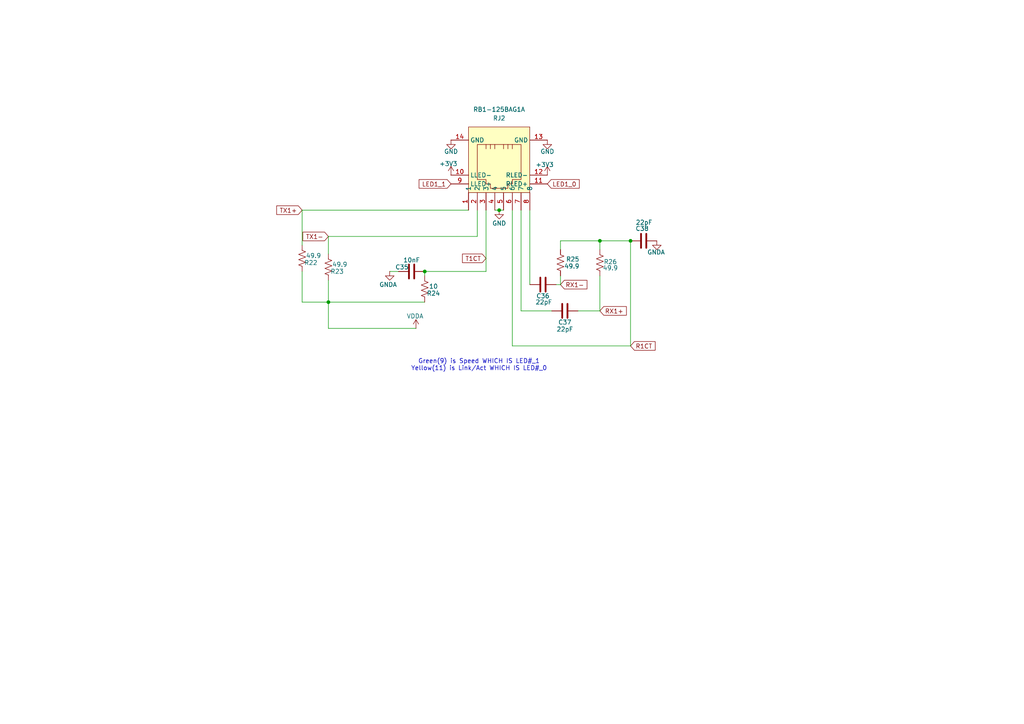
<source format=kicad_sch>
(kicad_sch (version 20250114) (generator "eeschema") (generator_version "9.0")
  (paper "A4")
  (title_block (date "2025-04-01") (rev "1") (company "Bronco Space") (comment 1 "SCALES") (comment 2 "By John Pollak"))
  (lib_symbols
    (symbol "Device:C" (pin_numbers (hide yes)) (pin_names (offset 0.254))
      (property "Reference" "C" (at 0.635 2.54 0))
      (property "Value" "C" (at 0.635 -2.54 0))
      (symbol "C_0_1"
        (polyline (pts (xy -2.032 0.762) (xy 2.032 0.762)) (stroke (width 0.508)))
        (polyline (pts (xy -2.032 -0.762) (xy 2.032 -0.762)) (stroke (width 0.508)))
      )
      (symbol "C_1_1"
        (pin passive line (at 0 3.81 270) (length 2.794) (name "~") (number "1"))
        (pin passive line (at 0 -3.81 90) (length 2.794) (name "~") (number "2"))
      )
    )
    (symbol "Device:R_US" (pin_numbers (hide yes)) (pin_names (offset 0))
      (property "Reference" "R" (at 2.54 0 90))
      (property "Value" "R_US" (at -2.54 0 90))
      (symbol "R_US_0_1"
        (polyline (pts (xy 0 2.286) (xy 0 2.54)))
        (polyline (pts (xy 0 2.286) (xy 1.016 1.905) (xy 0 1.524) (xy -1.016 1.143) (xy 0 0.762)))
        (polyline (pts (xy 0 0.762) (xy 1.016 0.381) (xy 0 0) (xy -1.016 -0.381) (xy 0 -0.762)))
        (polyline (pts (xy 0 -0.762) (xy 1.016 -1.143) (xy 0 -1.524) (xy -1.016 -1.905) (xy 0 -2.286)))
        (polyline (pts (xy 0 -2.286) (xy 0 -2.54)))
      )
      (symbol "R_US_1_1"
        (pin passive line (at 0 3.81 270) (length 1.27) (name "~") (number "1"))
        (pin passive line (at 0 -3.81 90) (length 1.27) (name "~") (number "2"))
      )
    )
    (symbol "easyeda2kicad:RB1-125BAG1A"
      (property "Reference" "RJ" (at 0 12.7 0))
      (property "Value" "RB1-125BAG1A" (at 0 -17.78 0))
      (symbol "RB1-125BAG1A_0_1"
        (rectangle (start -7.62 11.43) (end 10.16 -7.62) (fill (type background)))
        (polyline (pts (xy -2.54 6.35) (xy -2.54 5.08) (xy -2.54 5.08)))
        (polyline (pts (xy -1.27 6.35) (xy -1.27 5.08) (xy -1.27 5.08)))
        (polyline (pts (xy 0 6.35) (xy 0 5.08) (xy 0 5.08)))
        (polyline (pts (xy 2.54 6.35) (xy 2.54 5.08) (xy 2.54 5.08)))
        (polyline (pts (xy 3.81 6.35) (xy 3.81 5.08) (xy 3.81 5.08)))
        (polyline (pts (xy 5.08 6.35) (xy 5.08 5.08) (xy 5.08 5.08)))
        (polyline (pts (xy 7.62 6.35) (xy -5.08 6.35) (xy -5.08 -3.81) (xy -2.54 -3.81) (xy -2.54 -5.08) (xy -1.27 -5.08) (xy -1.27 -5.08) (xy -1.27 -6.35) (xy 3.81 -6.35) (xy 3.81 -5.08) (xy 5.08 -5.08) (xy 5.08 -3.81) (xy 7.62 -3.81) (xy 7.62 6.35) (xy 7.62 5.08)))
        (pin unspecified line (at -12.7 7.62 0) (length 5.08) (name "GND") (number "14"))
        (pin unspecified line (at -12.7 -2.54 0) (length 5.08) (name "LLED-") (number "10"))
        (pin unspecified line (at -12.7 -5.08 0) (length 5.08) (name "LLED+") (number "9"))
        (pin unspecified line (at -7.62 -12.7 90) (length 5.08) (name "1") (number "1"))
        (pin unspecified line (at -5.08 -12.7 90) (length 5.08) (name "2") (number "2"))
        (pin unspecified line (at -2.54 -12.7 90) (length 5.08) (name "3") (number "3"))
        (pin unspecified line (at 0 -12.7 90) (length 5.08) (name "4") (number "4"))
        (pin unspecified line (at 2.54 -12.7 90) (length 5.08) (name "5") (number "5"))
        (pin unspecified line (at 5.08 -12.7 90) (length 5.08) (name "6") (number "6"))
        (pin unspecified line (at 7.62 -12.7 90) (length 5.08) (name "7") (number "7"))
        (pin unspecified line (at 10.16 -12.7 90) (length 5.08) (name "8") (number "8"))
        (pin unspecified line (at 15.24 7.62 180) (length 5.08) (name "GND") (number "13"))
        (pin unspecified line (at 15.24 -2.54 180) (length 5.08) (name "RLED-") (number "12"))
        (pin unspecified line (at 15.24 -5.08 180) (length 5.08) (name "RLED+") (number "11"))
      )
    )
    (symbol "power:+3V3" (power) (pin_numbers (hide yes)) (pin_names (offset 0) (hide yes))
      (property "Value" "+3V3" (at 0 3.556 0))
      (symbol "+3V3_0_1"
        (polyline (pts (xy -0.762 1.27) (xy 0 2.54)))
        (polyline (pts (xy 0 2.54) (xy 0.762 1.27)))
        (polyline (pts (xy 0 0) (xy 0 2.54)))
      )
      (symbol "+3V3_1_1"
        (pin power_in line (at 0 0 90) (length 0) (name "~") (number "1"))
      )
    )
    (symbol "power:GND" (power) (pin_numbers (hide yes)) (pin_names (offset 0) (hide yes))
      (property "Value" "GND" (at 0 -3.81 0))
      (symbol "GND_0_1"
        (polyline (pts (xy 0 0) (xy 0 -1.27) (xy 1.27 -1.27) (xy 0 -2.54) (xy -1.27 -1.27) (xy 0 -1.27)))
      )
      (symbol "GND_1_1"
        (pin power_in line (at 0 0 270) (length 0) (name "~") (number "1"))
      )
    )
    (symbol "power:VPP" (power) (pin_numbers (hide yes)) (pin_names (offset 0) (hide yes))
      (property "Value" "VPP" (at 0 3.556 0))
      (symbol "VPP_0_1"
        (polyline (pts (xy -0.762 1.27) (xy 0 2.54)))
        (polyline (pts (xy 0 2.54) (xy 0.762 1.27)))
        (polyline (pts (xy 0 0) (xy 0 2.54)))
      )
      (symbol "VPP_1_1"
        (pin power_in line (at 0 0 90) (length 0) (name "~") (number "1"))
      )
    )
  )
  (text "Green(9) is Speed WHICH IS LED#_1\nYellow(11) is Link/Act WHICH IS LED#_0\n" (at 138.938 105.918 0) (effects (font (size 1.27 1.27))))
  (junction (at 182.88 69.85))
  (junction (at 123.19 78.74))
  (junction (at 144.78 60.96))
  (junction (at 95.25 87.63))
  (junction (at 173.99 69.85))
  (wire (pts (xy 140.97 60.96) (xy 140.97 78.74)))
  (wire (pts (xy 146.05 60.96) (xy 144.78 60.96)))
  (wire (pts (xy 87.63 78.74) (xy 87.63 87.63)))
  (wire (pts (xy 95.25 81.28) (xy 95.25 87.63)))
  (wire (pts (xy 123.19 80.01) (xy 123.19 78.74)))
  (wire (pts (xy 167.64 90.17) (xy 173.99 90.17)))
  (wire (pts (xy 113.03 78.74) (xy 115.57 78.74)))
  (wire (pts (xy 95.25 68.58) (xy 138.43 68.58)))
  (wire (pts (xy 123.19 87.63) (xy 95.25 87.63)))
  (wire (pts (xy 162.56 82.55) (xy 162.56 80.01)))
  (wire (pts (xy 153.67 60.96) (xy 153.67 82.55)))
  (wire (pts (xy 182.88 100.33) (xy 182.88 69.85)))
  (wire (pts (xy 123.19 78.74) (xy 140.97 78.74)))
  (wire (pts (xy 162.56 82.55) (xy 161.29 82.55)))
  (wire (pts (xy 87.63 60.96) (xy 135.89 60.96)))
  (wire (pts (xy 87.63 60.96) (xy 87.63 71.12)))
  (wire (pts (xy 182.88 69.85) (xy 173.99 69.85)))
  (wire (pts (xy 138.43 68.58) (xy 138.43 60.96)))
  (wire (pts (xy 151.13 90.17) (xy 151.13 60.96)))
  (wire (pts (xy 162.56 69.85) (xy 173.99 69.85)))
  (wire (pts (xy 95.25 73.66) (xy 95.25 68.58)))
  (wire (pts (xy 144.78 60.96) (xy 143.51 60.96)))
  (wire (pts (xy 160.02 90.17) (xy 151.13 90.17)))
  (wire (pts (xy 173.99 90.17) (xy 173.99 80.01)))
  (wire (pts (xy 148.59 100.33) (xy 182.88 100.33)))
  (wire (pts (xy 95.25 95.25) (xy 95.25 87.63)))
  (wire (pts (xy 148.59 60.96) (xy 148.59 100.33)))
  (wire (pts (xy 162.56 69.85) (xy 162.56 72.39)))
  (wire (pts (xy 173.99 69.85) (xy 173.99 72.39)))
  (wire (pts (xy 120.65 95.25) (xy 95.25 95.25)))
  (wire (pts (xy 87.63 87.63) (xy 95.25 87.63)))
  (global_label "R1CT" (shape input) (at 182.88 100.33 0) (property "Intersheetrefs" "${INTERSHEET_REFS}" (effects (hide yes))))
  (global_label "TX1-" (shape input) (at 95.25 68.58 180) (property "Intersheetrefs" "${INTERSHEET_REFS}" (effects (hide yes))))
  (global_label "LED1_0" (shape input) (at 158.75 53.34 0) (property "Intersheetrefs" "${INTERSHEET_REFS}" (effects (hide yes))))
  (global_label "LED1_1" (shape input) (at 130.81 53.34 180) (property "Intersheetrefs" "${INTERSHEET_REFS}" (effects (hide yes))))
  (global_label "T1CT" (shape input) (at 140.97 74.93 180) (property "Intersheetrefs" "${INTERSHEET_REFS}" (effects (hide yes))))
  (global_label "RX1-" (shape input) (at 162.56 82.55 0) (property "Intersheetrefs" "${INTERSHEET_REFS}" (effects (hide yes))))
  (global_label "RX1+" (shape input) (at 173.99 90.17 0) (property "Intersheetrefs" "${INTERSHEET_REFS}" (effects (hide yes))))
  (global_label "TX1+" (shape input) (at 87.63 60.96 180) (property "Intersheetrefs" "${INTERSHEET_REFS}" (effects (hide yes))))
  (symbol (lib_id "power:GND") (at 144.78 60.96 0) (unit 1)
    (property "Reference" "#PWR078" (effects (hide yes)))
    (property "Value" "GND" (at 144.78 64.77 0))
    (property "Description" "Power symbol creates a global label with name \"GND\" , ground" (effects (hide yes)))
  )
  (symbol (lib_id "power:GND") (at 130.81 40.64 0) (unit 1)
    (property "Reference" "#PWR076" (effects (hide yes)))
    (property "Value" "GND" (at 128.778 43.942 0) (effects (justify left)))
    (property "Description" "Power symbol creates a global label with name \"GND\" , ground" (effects (hide yes)))
  )
  (symbol (lib_id "Device:C") (at 157.48 82.55 270) (unit 1)
    (property "Reference" "C36" (at 157.48 85.852 90))
    (property "Value" "22pF" (at 157.734 87.63 90))
    (property "Footprint" "Capacitor_SMD:C_0402_1005Metric" (effects (hide yes)))
    (property "Description" "Unpolarized capacitor" (effects (hide yes)))
  )
  (symbol (lib_id "Device:R_US") (at 173.99 76.2 0) (unit 1)
    (property "Reference" "R26" (at 177.038 75.946 0))
    (property "Value" "49.9" (at 177.038 77.724 0))
    (property "Footprint" "Resistor_SMD:R_0603_1608Metric" (effects (hide yes)))
    (property "Description" "Resistor, US symbol" (effects (hide yes)))
  )
  (symbol (lib_id "Device:R_US") (at 95.25 77.47 0) (unit 1)
    (property "Reference" "R23" (at 97.79 78.74 0))
    (property "Value" "49.9" (at 98.552 76.708 0))
    (property "Footprint" "Resistor_SMD:R_0603_1608Metric" (effects (hide yes)))
    (property "Description" "Resistor, US symbol" (effects (hide yes)))
  )
  (symbol (lib_id "Device:C") (at 186.69 69.85 270) (unit 1)
    (property "Reference" "C38" (at 188.214 66.294 90) (effects (justify right)))
    (property "Value" "22pF" (at 189.23 64.516 90) (effects (justify right)))
    (property "Footprint" "Capacitor_SMD:C_0402_1005Metric" (effects (hide yes)))
    (property "Description" "Unpolarized capacitor" (effects (hide yes)))
  )
  (symbol (lib_id "Device:C") (at 119.38 78.74 90) (unit 1)
    (property "Reference" "C35" (at 116.586 77.47 90))
    (property "Value" "10nF" (at 119.38 75.438 90))
    (property "Footprint" "Capacitor_SMD:C_0402_1005Metric" (effects (hide yes)))
    (property "Description" "Unpolarized capacitor" (effects (hide yes)))
  )
  (symbol (lib_id "Device:R_US") (at 87.63 74.93 0) (unit 1)
    (property "Reference" "R22" (at 90.17 76.2 0))
    (property "Value" "49.9" (at 90.932 74.168 0))
    (property "Footprint" "Resistor_SMD:R_0603_1608Metric" (effects (hide yes)))
    (property "Description" "Resistor, US symbol" (effects (hide yes)))
  )
  (symbol (lib_id "power:GND") (at 190.5 69.85 0) (unit 1)
    (property "Reference" "#PWR081" (effects (hide yes)))
    (property "Value" "GNDA" (at 187.706 73.152 0) (effects (justify left)))
    (property "Description" "Power symbol creates a global label with name \"GND\" , ground" (effects (hide yes)))
  )
  (symbol (lib_id "power:GND") (at 113.03 78.74 0) (unit 1)
    (property "Reference" "#PWR074" (effects (hide yes)))
    (property "Value" "GNDA" (at 109.982 82.55 0) (effects (justify left)))
    (property "Description" "Power symbol creates a global label with name \"GND\" , ground" (effects (hide yes)))
  )
  (symbol (lib_id "power:+3V3") (at 158.75 50.8 0) (unit 1)
    (property "Reference" "#PWR080" (effects (hide yes)))
    (property "Value" "+3V3" (at 157.988 47.752 0))
    (property "Description" "Power symbol creates a global label with name \"+3V3\"" (effects (hide yes)))
  )
  (symbol (lib_id "Device:C") (at 163.83 90.17 270) (unit 1)
    (property "Reference" "C37" (at 163.83 93.472 90))
    (property "Value" "22pF" (at 163.83 95.504 90))
    (property "Footprint" "Capacitor_SMD:C_0402_1005Metric" (effects (hide yes)))
    (property "Description" "Unpolarized capacitor" (effects (hide yes)))
  )
  (symbol (lib_id "Device:R_US") (at 162.56 76.2 0) (unit 1)
    (property "Reference" "R25" (at 166.116 75.184 0))
    (property "Value" "49.9" (at 165.862 77.216 0))
    (property "Footprint" "Resistor_SMD:R_0603_1608Metric" (effects (hide yes)))
    (property "Description" "Resistor, US symbol" (effects (hide yes)))
  )
  (symbol (lib_id "power:+3V3") (at 130.81 50.8 0) (unit 1)
    (property "Reference" "#PWR077" (effects (hide yes)))
    (property "Value" "+3V3" (at 130.048 47.498 0))
    (property "Description" "Power symbol creates a global label with name \"+3V3\"" (effects (hide yes)))
  )
  (symbol (lib_id "power:VPP") (at 120.65 95.25 0) (unit 1)
    (property "Reference" "#PWR075" (effects (hide yes)))
    (property "Value" "VDDA" (at 120.396 91.694 0))
    (property "Description" "Power symbol creates a global label with name \"VPP\"" (effects (hide yes)))
  )
  (symbol (lib_id "power:GND") (at 158.75 40.64 0) (unit 1)
    (property "Reference" "#PWR079" (effects (hide yes)))
    (property "Value" "GND" (at 156.718 43.942 0) (effects (justify left)))
    (property "Description" "Power symbol creates a global label with name \"GND\" , ground" (effects (hide yes)))
  )
  (symbol (lib_id "easyeda2kicad:RB1-125BAG1A") (at 143.51 48.26 0) (unit 1)
    (property "Reference" "RJ2" (at 144.78 34.29 0))
    (property "Value" "RB1-125BAG1A" (at 144.78 31.75 0))
    (property "Footprint" "easyeda2kicad:RJ45-TH_RB1-125BAG1A" (effects (hide yes)))
    (property "Datasheet" "https://lcsc.com/product-detail/Ethernet-Connectors-Modular-Connectors-RJ45-RJ11_WIZNET-RB1-125BAG1A_C910370.html" (effects (hide yes)))
    (property "LCSC Part" "C910370" (effects (hide yes)))
  )
  (symbol (lib_id "Device:R_US") (at 123.19 83.82 0) (unit 1)
    (property "Reference" "R24" (at 125.73 85.09 0))
    (property "Value" "10" (at 125.73 83.058 0))
    (property "Footprint" "Resistor_SMD:R_0603_1608Metric" (effects (hide yes)))
    (property "Description" "Resistor, US symbol" (effects (hide yes)))
  )
)
</source>
